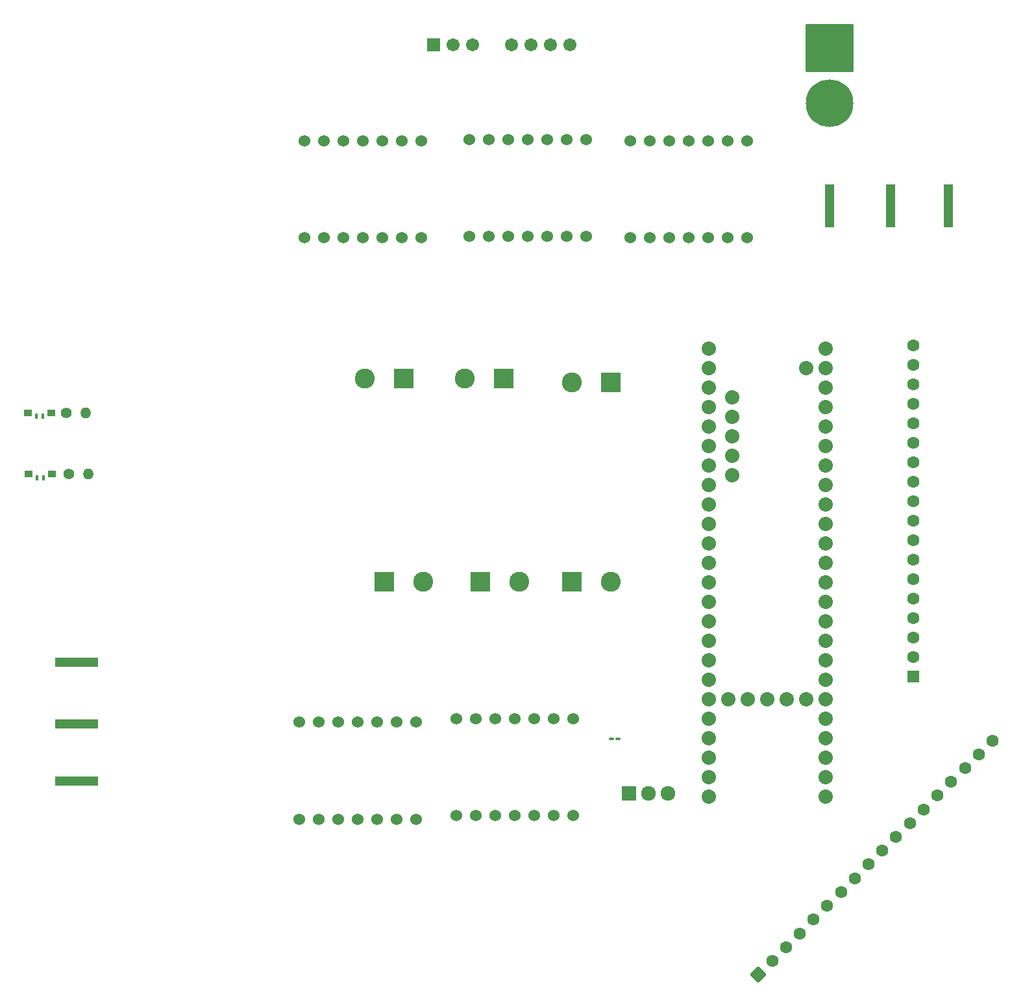
<source format=gts>
G04 #@! TF.GenerationSoftware,KiCad,Pcbnew,8.0.5*
G04 #@! TF.CreationDate,2024-12-27T19:52:07-05:00*
G04 #@! TF.ProjectId,RoboCup25PCBv1,526f626f-4375-4703-9235-50434276312e,rev?*
G04 #@! TF.SameCoordinates,Original*
G04 #@! TF.FileFunction,Soldermask,Top*
G04 #@! TF.FilePolarity,Negative*
%FSLAX46Y46*%
G04 Gerber Fmt 4.6, Leading zero omitted, Abs format (unit mm)*
G04 Created by KiCad (PCBNEW 8.0.5) date 2024-12-27 19:52:07*
%MOMM*%
%LPD*%
G01*
G04 APERTURE LIST*
G04 Aperture macros list*
%AMRoundRect*
0 Rectangle with rounded corners*
0 $1 Rounding radius*
0 $2 $3 $4 $5 $6 $7 $8 $9 X,Y pos of 4 corners*
0 Add a 4 corners polygon primitive as box body*
4,1,4,$2,$3,$4,$5,$6,$7,$8,$9,$2,$3,0*
0 Add four circle primitives for the rounded corners*
1,1,$1+$1,$2,$3*
1,1,$1+$1,$4,$5*
1,1,$1+$1,$6,$7*
1,1,$1+$1,$8,$9*
0 Add four rect primitives between the rounded corners*
20,1,$1+$1,$2,$3,$4,$5,0*
20,1,$1+$1,$4,$5,$6,$7,0*
20,1,$1+$1,$6,$7,$8,$9,0*
20,1,$1+$1,$8,$9,$2,$3,0*%
G04 Aperture macros list end*
%ADD10RoundRect,0.102000X-1.200000X-1.200000X1.200000X-1.200000X1.200000X1.200000X-1.200000X1.200000X0*%
%ADD11C,2.604000*%
%ADD12C,1.524000*%
%ADD13R,5.600000X1.200000*%
%ADD14R,1.920000X1.920000*%
%ADD15C,1.920000*%
%ADD16R,1.200000X5.600000*%
%ADD17RoundRect,0.102000X1.200000X1.200000X-1.200000X1.200000X-1.200000X-1.200000X1.200000X-1.200000X0*%
%ADD18C,1.400000*%
%ADD19O,1.400000X1.400000*%
%ADD20RoundRect,0.102000X0.699000X-0.699000X0.699000X0.699000X-0.699000X0.699000X-0.699000X-0.699000X0*%
%ADD21C,1.602000*%
%ADD22RoundRect,0.102000X-0.754000X-0.754000X0.754000X-0.754000X0.754000X0.754000X-0.754000X0.754000X0*%
%ADD23C,1.712000*%
%ADD24R,1.000000X0.900000*%
%ADD25R,0.400000X0.800000*%
%ADD26C,1.869000*%
%ADD27RoundRect,0.100000X-0.217500X-0.100000X0.217500X-0.100000X0.217500X0.100000X-0.217500X0.100000X0*%
%ADD28C,6.204000*%
%ADD29RoundRect,0.102000X-3.000000X3.000000X-3.000000X-3.000000X3.000000X-3.000000X3.000000X3.000000X0*%
%ADD30RoundRect,0.102000X0.000000X-0.988535X0.988535X0.000000X0.000000X0.988535X-0.988535X0.000000X0*%
G04 APERTURE END LIST*
D10*
X332920000Y-201000000D03*
D11*
X338000000Y-201000000D03*
D12*
X317840000Y-231500000D03*
X320380000Y-231500000D03*
X322920000Y-231500000D03*
X325460000Y-231500000D03*
X328000000Y-231500000D03*
X330540000Y-231500000D03*
X333080000Y-231500000D03*
X333080000Y-218840000D03*
X330540000Y-218840000D03*
X328000000Y-218840000D03*
X325460000Y-218840000D03*
X322920000Y-218840000D03*
X320380000Y-218840000D03*
X317840000Y-218840000D03*
D13*
X268335000Y-219525000D03*
X268335000Y-227025000D03*
X268335000Y-211525000D03*
D14*
X340360000Y-228600000D03*
D15*
X342900000Y-228600000D03*
X345440000Y-228600000D03*
D12*
X334740000Y-143340000D03*
X332200000Y-143340000D03*
X329660000Y-143340000D03*
X327120000Y-143340000D03*
X324580000Y-143340000D03*
X322040000Y-143340000D03*
X319500000Y-143340000D03*
X319500000Y-156000000D03*
X322040000Y-156000000D03*
X324580000Y-156000000D03*
X327120000Y-156000000D03*
X329660000Y-156000000D03*
X332200000Y-156000000D03*
X334740000Y-156000000D03*
D16*
X374500000Y-152000000D03*
X382000000Y-152000000D03*
X366500000Y-152000000D03*
D17*
X311000000Y-174500000D03*
D11*
X305920000Y-174500000D03*
D10*
X308420000Y-201000000D03*
D11*
X313500000Y-201000000D03*
D12*
X297340000Y-232000000D03*
X299880000Y-232000000D03*
X302420000Y-232000000D03*
X304960000Y-232000000D03*
X307500000Y-232000000D03*
X310040000Y-232000000D03*
X312580000Y-232000000D03*
X312580000Y-219340000D03*
X310040000Y-219340000D03*
X307500000Y-219340000D03*
X304960000Y-219340000D03*
X302420000Y-219340000D03*
X299880000Y-219340000D03*
X297340000Y-219340000D03*
D18*
X266960000Y-179000000D03*
D19*
X269500000Y-179000000D03*
D20*
X377460000Y-213360000D03*
D21*
X377460000Y-210820000D03*
X377460000Y-208280000D03*
X377460000Y-205740000D03*
X377460000Y-203200000D03*
X377460000Y-200660000D03*
X377460000Y-198120000D03*
X377460000Y-195580000D03*
X377460000Y-193040000D03*
X377460000Y-190500000D03*
X377460000Y-187960000D03*
X377460000Y-185420000D03*
X377460000Y-182880000D03*
X377460000Y-180340000D03*
X377460000Y-177800000D03*
X377460000Y-175260000D03*
X377460000Y-172720000D03*
X377460000Y-170180000D03*
D22*
X314920000Y-131000000D03*
D23*
X317460000Y-131000000D03*
X320000000Y-131000000D03*
X325080000Y-131000000D03*
X327620000Y-131000000D03*
X330160000Y-131000000D03*
X332700000Y-131000000D03*
D12*
X355780000Y-143500000D03*
X353240000Y-143500000D03*
X350700000Y-143500000D03*
X348160000Y-143500000D03*
X345620000Y-143500000D03*
X343080000Y-143500000D03*
X340540000Y-143500000D03*
X340540000Y-156160000D03*
X343080000Y-156160000D03*
X345620000Y-156160000D03*
X348160000Y-156160000D03*
X350700000Y-156160000D03*
X353240000Y-156160000D03*
X355780000Y-156160000D03*
D24*
X262067500Y-187000000D03*
X265067500Y-187000000D03*
D25*
X263967500Y-187450000D03*
X263167500Y-187450000D03*
D26*
X350760000Y-175720000D03*
X350760000Y-178260000D03*
X350760000Y-180800000D03*
X350760000Y-183340000D03*
X350760000Y-185880000D03*
X350760000Y-188420000D03*
X350760000Y-190960000D03*
X350760000Y-193500000D03*
X350760000Y-196040000D03*
X350760000Y-198580000D03*
X350760000Y-201120000D03*
X350760000Y-203660000D03*
X366000000Y-203660000D03*
X366000000Y-201120000D03*
X366000000Y-198580000D03*
X366000000Y-196040000D03*
X366000000Y-193500000D03*
X366000000Y-190960000D03*
X366000000Y-188420000D03*
X366000000Y-185880000D03*
X366000000Y-183340000D03*
X366000000Y-180800000D03*
X366000000Y-178260000D03*
X350760000Y-208740000D03*
X350760000Y-211280000D03*
X350760000Y-213820000D03*
X350760000Y-216360000D03*
X350760000Y-218900000D03*
X350760000Y-221440000D03*
X350760000Y-223980000D03*
X350760000Y-226520000D03*
X350760000Y-229060000D03*
X366000000Y-229060000D03*
X366000000Y-226520000D03*
X366000000Y-223980000D03*
X366000000Y-221440000D03*
X366000000Y-218900000D03*
X366000000Y-216360000D03*
X366000000Y-213820000D03*
X366000000Y-211280000D03*
X366000000Y-208740000D03*
X350760000Y-206200000D03*
X353300000Y-216360000D03*
X355840000Y-216360000D03*
X358380000Y-216360000D03*
X360920000Y-216360000D03*
X363460000Y-216360000D03*
X353810000Y-187150000D03*
X353810000Y-184610000D03*
X353810000Y-182070000D03*
X353810000Y-179530000D03*
X353810000Y-176990000D03*
X366000000Y-175720000D03*
X366000000Y-170640000D03*
X350760000Y-173180000D03*
X363460000Y-173180000D03*
X366000000Y-206200000D03*
X366000000Y-173180000D03*
X350760000Y-170640000D03*
D12*
X313280000Y-143500000D03*
X310740000Y-143500000D03*
X308200000Y-143500000D03*
X305660000Y-143500000D03*
X303120000Y-143500000D03*
X300580000Y-143500000D03*
X298040000Y-143500000D03*
X298040000Y-156160000D03*
X300580000Y-156160000D03*
X303120000Y-156160000D03*
X305660000Y-156160000D03*
X308200000Y-156160000D03*
X310740000Y-156160000D03*
X313280000Y-156160000D03*
D27*
X338092500Y-221500000D03*
X338907500Y-221500000D03*
D28*
X366500000Y-138600000D03*
D29*
X366500000Y-131400000D03*
D10*
X321000000Y-201000000D03*
D11*
X326080000Y-201000000D03*
D18*
X267280000Y-187000000D03*
D19*
X269820000Y-187000000D03*
D30*
X357243465Y-252256535D03*
D21*
X359039516Y-250460484D03*
X360835567Y-248664433D03*
X362631618Y-246868382D03*
X364427669Y-245072331D03*
X366223721Y-243276279D03*
X368019772Y-241480228D03*
X369815823Y-239684177D03*
X371611874Y-237888126D03*
X373407926Y-236092074D03*
X375203977Y-234296023D03*
X377000028Y-232499972D03*
X378796079Y-230703921D03*
X380592131Y-228907869D03*
X382388182Y-227111818D03*
X384184233Y-225315767D03*
X385980284Y-223519716D03*
X387776335Y-221723665D03*
D24*
X262000000Y-179000000D03*
X265000000Y-179000000D03*
D25*
X263900000Y-179450000D03*
X263100000Y-179450000D03*
D17*
X338000000Y-175000000D03*
D11*
X332920000Y-175000000D03*
D17*
X324000000Y-174500000D03*
D11*
X318920000Y-174500000D03*
M02*

</source>
